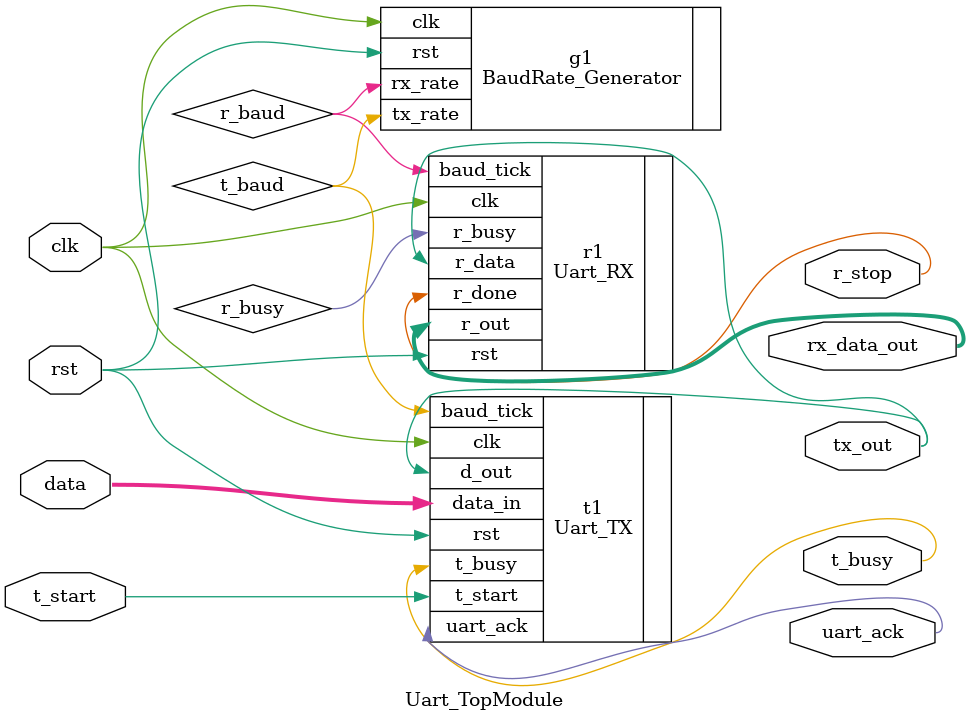
<source format=v>
module Uart_TopModule #(
    parameter clk_rate = 10000000000,
    parameter baud_rate = 9600
)(
    input clk,
    input rst,
    input [7:0] data,
    input t_start,
    output wire tx_out,
    output wire t_busy,
    output wire [7:0] rx_data_out,
    output wire r_stop,
    output wire uart_ack
); // input rx_data is not used as we are using a loopback from tx to rx for testing

    wire t_baud, r_baud;
    wire r_busy;

    BaudRate_Generator #(
        .clk_rate(clk_rate),
        .baud_rate(baud_rate)
    ) g1 (
        .clk(clk),
        .rst(rst),
        .tx_rate(t_baud),
        .rx_rate(r_baud)
    );

    Uart_TX t1(
        .clk(clk),
        .rst(rst),
        .data_in(data),
        .t_start(t_start),
        .baud_tick(t_baud),
        .d_out(tx_out),
        .t_busy(t_busy),
        .uart_ack(uart_ack)
    );

    Uart_RX r1(
        .clk(clk),
        .rst(rst),
        .r_data(tx_out),
        .baud_tick(r_baud),
        .r_out(rx_data_out),
        .r_busy(r_busy),
        .r_done(r_stop)
    );

endmodule

</source>
